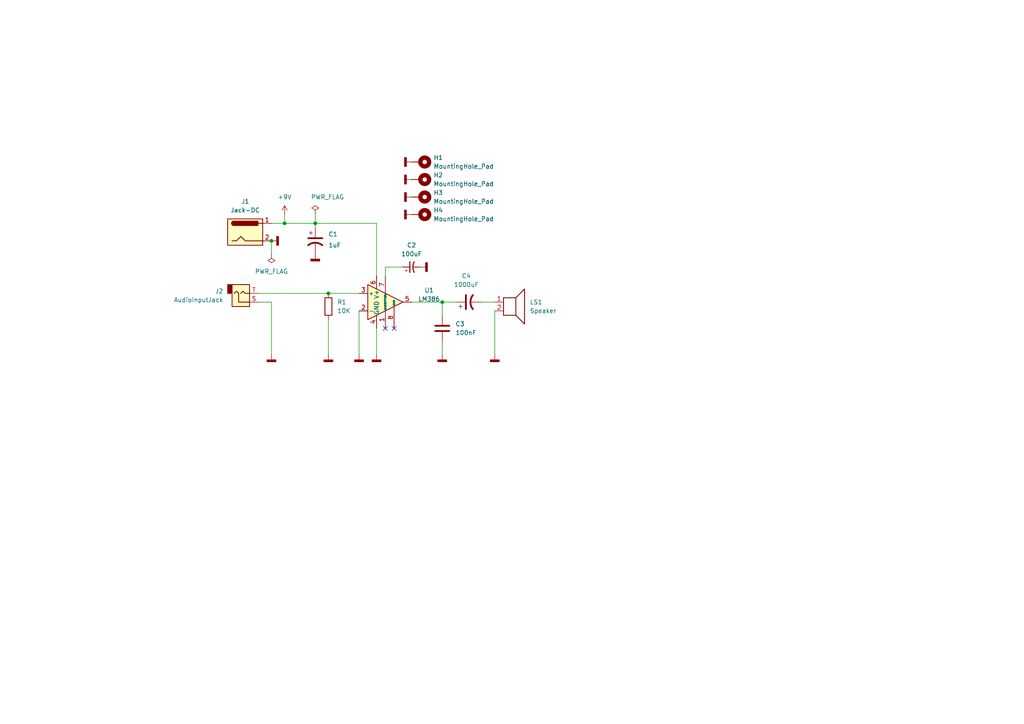
<source format=kicad_sch>
(kicad_sch (version 20211123) (generator eeschema)
  (paper "A4")
  (lib_symbols
    (symbol "Amplifier_Audio:LM386" (pin_names (offset 0.127))
      (property "Reference" "U" (at 1.27 7.62 0))
      (property "Value" "LM386" (at 1.27 5.08 0))
      (symbol "LM386_0_1"
        (polyline (pts (xy 5.08 0) (xy -5.08 5.08) (xy -5.08 -5.08) (xy 5.08 0)) (stroke (width 0.254)) (fill (type background)))
      )
      (symbol "LM386_1_1"
        (pin input line (at 0 -7.62 90) (length 5.08) (name "GAIN") (number "1"))
        (pin input line (at -7.62 -2.54 0) (length 2.54) (name "-") (number "2"))
        (pin input line (at -7.62 2.54 0) (length 2.54) (name "+") (number "3"))
        (pin power_in line (at -2.54 -7.62 90) (length 3.81) (name "GND") (number "4"))
        (pin output line (at 7.62 0 180) (length 2.54) (name "~") (number "5"))
        (pin power_in line (at -2.54 7.62 270) (length 3.81) (name "V+") (number "6"))
        (pin input line (at 0 7.62 270) (length 5.08) (name "BYPASS") (number "7"))
        (pin input line (at 2.54 -7.62 90) (length 6.35) (name "GAIN") (number "8"))
      )
    )
    (symbol "Connector:AudioJack2"
      (property "Reference" "J" (at 0 8.89 0))
      (property "Value" "AudioJack2" (at 0 6.35 0))
      (symbol "AudioJack2_0_1"
        (rectangle (start -3.81 0) (end -2.54 -2.54) (stroke (width 0.254)) (fill (type outline)))
        (rectangle (start -2.54 3.81) (end 2.54 -2.54) (stroke (width 0.254)) (fill (type background)))
        (polyline (pts (xy 0 0) (xy 0.635 -0.635) (xy 1.27 0) (xy 2.54 0)) (stroke (width 0.254)))
        (polyline (pts (xy 2.54 2.54) (xy -0.635 2.54) (xy -0.635 0) (xy -1.27 -0.635) (xy -1.905 0)) (stroke (width 0.254)))
      )
      (symbol "AudioJack2_1_1"
        (pin passive line (at 5.08 2.54 180) (length 2.54) (name "~") (number "S"))
        (pin passive line (at 5.08 0 180) (length 2.54) (name "~") (number "T"))
      )
    )
    (symbol "Connector:Jack-DC" (pin_names (offset 1.016))
      (property "Reference" "J" (at 0 5.334 0))
      (property "Value" "Jack-DC" (at 0 -5.08 0))
      (symbol "Jack-DC_0_1"
        (rectangle (start -5.08 3.81) (end 5.08 -3.81) (stroke (width 0.254)) (fill (type background)))
        (arc (start -3.302 3.175) (mid -3.937 2.54) (end -3.302 1.905) (stroke (width 0.254)))
        (arc (start -3.302 3.175) (mid -3.937 2.54) (end -3.302 1.905) (stroke (width 0.254)) (fill (type outline)))
        (polyline (pts (xy 5.08 2.54) (xy 3.81 2.54)) (stroke (width 0.254)))
        (polyline (pts (xy -3.81 -2.54) (xy -2.54 -2.54) (xy -1.27 -1.27) (xy 0 -2.54) (xy 2.54 -2.54) (xy 5.08 -2.54)) (stroke (width 0.254)))
        (rectangle (start 3.683 3.175) (end -3.302 1.905) (stroke (width 0.254)) (fill (type outline)))
      )
      (symbol "Jack-DC_1_1"
        (pin passive line (at 7.62 2.54 180) (length 2.54) (name "~") (number "1"))
        (pin passive line (at 7.62 -2.54 180) (length 2.54) (name "~") (number "2"))
      )
    )
    (symbol "Device:C" (pin_numbers hide) (pin_names (offset 0.254))
      (property "Reference" "C" (at 0.635 2.54 0))
      (property "Value" "C" (at 0.635 -2.54 0))
      (symbol "C_0_1"
        (polyline (pts (xy -2.032 -0.762) (xy 2.032 -0.762)) (stroke (width 0.508)))
        (polyline (pts (xy -2.032 0.762) (xy 2.032 0.762)) (stroke (width 0.508)))
      )
      (symbol "C_1_1"
        (pin passive line (at 0 3.81 270) (length 2.794) (name "~") (number "1"))
        (pin passive line (at 0 -3.81 90) (length 2.794) (name "~") (number "2"))
      )
    )
    (symbol "Device:C_Polarized_Small_US" (pin_numbers hide) (pin_names (offset 0.254) hide)
      (property "Reference" "C" (at 0.254 1.778 0))
      (property "Value" "C_Polarized_Small_US" (at 0.254 -2.032 0))
      (symbol "C_Polarized_Small_US_0_1"
        (polyline (pts (xy -1.524 0.508) (xy 1.524 0.508)) (stroke (width 0.3048)))
        (polyline (pts (xy -1.27 1.524) (xy -0.762 1.524)))
        (polyline (pts (xy -1.016 1.27) (xy -1.016 1.778)))
        (arc (start 1.524 -0.762) (mid 0 -0.3734) (end -1.524 -0.762) (stroke (width 0.3048)))
      )
      (symbol "C_Polarized_Small_US_1_1"
        (pin passive line (at 0 2.54 270) (length 2.032) (name "~") (number "1"))
        (pin passive line (at 0 -2.54 90) (length 2.032) (name "~") (number "2"))
      )
    )
    (symbol "Device:C_Polarized_US" (pin_numbers hide) (pin_names (offset 0.254) hide)
      (property "Reference" "C" (at 0.635 2.54 0))
      (property "Value" "C_Polarized_US" (at 0.635 -2.54 0))
      (symbol "C_Polarized_US_0_1"
        (polyline (pts (xy -2.032 0.762) (xy 2.032 0.762)) (stroke (width 0.508)))
        (polyline (pts (xy -1.778 2.286) (xy -0.762 2.286)))
        (polyline (pts (xy -1.27 1.778) (xy -1.27 2.794)))
        (arc (start 2.032 -1.27) (mid 0 -0.5572) (end -2.032 -1.27) (stroke (width 0.508)))
      )
      (symbol "C_Polarized_US_1_1"
        (pin passive line (at 0 3.81 270) (length 2.794) (name "~") (number "1"))
        (pin passive line (at 0 -3.81 90) (length 3.302) (name "~") (number "2"))
      )
    )
    (symbol "Device:R" (pin_numbers hide) (pin_names (offset 0))
      (property "Reference" "R" (at 2.032 0 90))
      (property "Value" "R" (at 0 0 90))
      (symbol "R_0_1"
        (rectangle (start -1.016 -2.54) (end 1.016 2.54) (stroke (width 0.254)))
      )
      (symbol "R_1_1"
        (pin passive line (at 0 3.81 270) (length 1.27) (name "~") (number "1"))
        (pin passive line (at 0 -3.81 90) (length 1.27) (name "~") (number "2"))
      )
    )
    (symbol "Device:Speaker" (pin_names (offset 0) hide)
      (property "Reference" "LS" (at 1.27 5.715 0))
      (property "Value" "Speaker" (at 1.27 3.81 0))
      (symbol "Speaker_0_0"
        (rectangle (start -2.54 1.27) (end 1.016 -3.81) (stroke (width 0.254)))
        (polyline (pts (xy 1.016 1.27) (xy 3.556 3.81) (xy 3.556 -6.35) (xy 1.016 -3.81)) (stroke (width 0.254)))
      )
      (symbol "Speaker_1_1"
        (pin input line (at -5.08 0 0) (length 2.54) (name "1") (number "1"))
        (pin input line (at -5.08 -2.54 0) (length 2.54) (name "2") (number "2"))
      )
    )
    (symbol "Mechanical:MountingHole_Pad" (pin_numbers hide) (pin_names (offset 1.016) hide)
      (property "Reference" "H" (at 0 6.35 0))
      (property "Value" "MountingHole_Pad" (at 0 4.445 0))
      (symbol "MountingHole_Pad_0_1"
        (circle (center 0 1.27) (radius 1.27) (stroke (width 1.27)))
      )
      (symbol "MountingHole_Pad_1_1"
        (pin input line (at 0 -2.54 90) (length 2.54) (name "1") (number "1"))
      )
    )
    (symbol "power:+9V" (power) (pin_numbers hide) (pin_names (offset 0) hide)
      (property "Value" "+9V" (at 0 3.556 0))
      (symbol "+9V_0_1"
        (polyline (pts (xy -0.762 1.27) (xy 0 2.54)))
        (polyline (pts (xy 0 0) (xy 0 2.54)))
        (polyline (pts (xy 0 2.54) (xy 0.762 1.27)))
      )
      (symbol "+9V_1_1"
        (pin power_in line (at 0 0 90) (length 0) hide (name "+9V") (number "1"))
      )
    )
    (symbol "power:GNDD" (power) (pin_numbers hide) (pin_names (offset 0) hide)
      (property "Value" "GNDD" (at 0 -3.175 0))
      (symbol "GNDD_0_1"
        (rectangle (start -1.27 -1.524) (end 1.27 -2.032) (stroke (width 0.254)) (fill (type outline)))
        (polyline (pts (xy 0 0) (xy 0 -1.524)))
      )
      (symbol "GNDD_1_1"
        (pin power_in line (at 0 0 270) (length 0) hide (name "GNDD") (number "1"))
      )
    )
    (symbol "power:PWR_FLAG" (power) (pin_numbers hide) (pin_names (offset 0) hide)
      (property "Value" "PWR_FLAG" (at 0 3.81 0))
      (symbol "PWR_FLAG_0_0"
        (pin power_out line (at 0 0 90) (length 0) (name "pwr") (number "1"))
      )
      (symbol "PWR_FLAG_0_1"
        (polyline (pts (xy 0 0) (xy 0 1.27) (xy -1.016 1.905) (xy 0 2.54) (xy 1.016 1.905) (xy 0 1.27)))
      )
    )
  )
  (junction (at 78.74 69.85))
  (junction (at 91.44 64.77))
  (junction (at 95.25 85.09))
  (junction (at 82.55 64.77))
  (junction (at 128.27 87.63))
  (no_connect (at 114.3 95.25))
  (no_connect (at 111.76 95.25))
  (wire (pts (xy 143.51 90.17) (xy 143.51 102.87)))
  (wire (pts (xy 139.7 87.63) (xy 143.51 87.63)))
  (wire (pts (xy 119.38 87.63) (xy 128.27 87.63)))
  (wire (pts (xy 104.14 102.87) (xy 104.14 90.17)))
  (wire (pts (xy 82.55 64.77) (xy 91.44 64.77)))
  (wire (pts (xy 91.44 66.04) (xy 91.44 64.77)))
  (wire (pts (xy 74.93 85.09) (xy 95.25 85.09)))
  (wire (pts (xy 128.27 99.06) (xy 128.27 102.87)))
  (wire (pts (xy 128.27 91.44) (xy 128.27 87.63)))
  (wire (pts (xy 95.25 85.09) (xy 104.14 85.09)))
  (wire (pts (xy 111.76 77.47) (xy 116.84 77.47)))
  (wire (pts (xy 128.27 87.63) (xy 132.08 87.63)))
  (wire (pts (xy 82.55 62.23) (xy 82.55 64.77)))
  (wire (pts (xy 111.76 80.01) (xy 111.76 77.47)))
  (wire (pts (xy 109.22 102.87) (xy 109.22 95.25)))
  (wire (pts (xy 78.74 87.63) (xy 78.74 102.87)))
  (wire (pts (xy 78.74 64.77) (xy 82.55 64.77)))
  (wire (pts (xy 91.44 62.23) (xy 91.44 64.77)))
  (wire (pts (xy 109.22 64.77) (xy 109.22 80.01)))
  (wire (pts (xy 91.44 64.77) (xy 109.22 64.77)))
  (wire (pts (xy 95.25 102.87) (xy 95.25 92.71)))
  (wire (pts (xy 78.74 73.66) (xy 78.74 69.85)))
  (wire (pts (xy 74.93 87.63) (xy 78.74 87.63)))
  (symbol (lib_id "Mechanical:MountingHole_Pad") (at 121.92 46.99 270) (unit 1)
    (property "Reference" "H1" (at 125.73 45.7199 90) (effects (justify left)))
    (property "Value" "MountingHole_Pad" (at 125.73 48.2599 90) (effects (justify left)))
    (property "Footprint" "MountingHole:MountingHole_3.2mm_M3_Pad" (effects hide))
  )
  (symbol (lib_id "power:GNDD") (at 91.44 73.66 0) (unit 1)
    (property "Reference" "#PWR0105" (effects hide))
    (property "Value" "GNDD" (effects hide))
  )
  (symbol (lib_id "power:GNDD") (at 78.74 102.87 0) (unit 1)
    (property "Reference" "#PWR0101" (effects hide))
    (property "Value" "GNDD" (effects hide))
  )
  (symbol (lib_id "Device:C_Polarized_US") (at 135.89 87.63 90) (unit 1)
    (property "Reference" "C4" (at 135.255 80.01 90))
    (property "Value" "1000uF" (at 135.255 82.55 90))
    (property "Footprint" "Capacitor_THT:CP_Radial_D10.0mm_P7.50mm" (effects hide))
  )
  (symbol (lib_id "Device:C_Polarized_Small_US") (at 119.38 77.47 90) (unit 1)
    (property "Reference" "C2" (at 119.38 71.12 90))
    (property "Value" "100uF" (at 119.38 73.66 90))
    (property "Footprint" "Capacitor_THT:CP_Radial_D5.0mm_P2.50mm" (effects hide))
  )
  (symbol (lib_id "Device:Speaker") (at 148.59 87.63 0) (unit 1)
    (property "Reference" "LS1" (at 153.67 87.6299 0) (effects (justify left)))
    (property "Value" "Speaker" (at 153.67 90.1699 0) (effects (justify left)))
    (property "Footprint" "Connector_PinHeader_2.54mm:PinHeader_1x02_P2.54mm_Vertical" (effects hide))
  )
  (symbol (lib_id "power:GNDD") (at 119.38 52.07 270) (unit 1)
    (property "Reference" "#PWR03" (effects hide))
    (property "Value" "GNDD" (effects hide))
  )
  (symbol (lib_id "power:GNDD") (at 119.38 46.99 270) (unit 1)
    (property "Reference" "#PWR01" (effects hide))
    (property "Value" "GNDD" (effects hide))
  )
  (symbol (lib_id "power:GNDD") (at 128.27 102.87 0) (unit 1)
    (property "Reference" "#PWR0106" (effects hide))
    (property "Value" "GNDD" (effects hide))
  )
  (symbol (lib_id "power:PWR_FLAG") (at 78.74 73.66 180) (unit 1)
    (property "Reference" "#FLG0101" (effects hide))
    (property "Value" "PWR_FLAG" (at 78.74 78.74 0))
  )
  (symbol (lib_id "Mechanical:MountingHole_Pad") (at 121.92 57.15 270) (unit 1)
    (property "Reference" "H3" (at 125.73 55.8799 90) (effects (justify left)))
    (property "Value" "MountingHole_Pad" (at 125.73 58.4199 90) (effects (justify left)))
    (property "Footprint" "MountingHole:MountingHole_3.2mm_M3_Pad" (effects hide))
  )
  (symbol (lib_id "power:GNDD") (at 143.51 102.87 0) (unit 1)
    (property "Reference" "#PWR0109" (effects hide))
    (property "Value" "GNDD" (effects hide))
  )
  (symbol (lib_id "power:PWR_FLAG") (at 91.44 62.23 0) (unit 1)
    (property "Reference" "#FLG0102" (effects hide))
    (property "Value" "PWR_FLAG" (at 90.17 57.15 0) (effects (justify left)))
  )
  (symbol (lib_id "Device:C") (at 128.27 95.25 0) (unit 1)
    (property "Reference" "C3" (at 132.08 93.9799 0) (effects (justify left)))
    (property "Value" "100nF" (at 132.08 96.5199 0) (effects (justify left)))
    (property "Footprint" "Capacitor_THT:C_Disc_D3.0mm_W1.6mm_P2.50mm" (effects hide))
  )
  (symbol (lib_id "Connector:Jack-DC") (at 71.12 67.31 0) (unit 1)
    (property "Reference" "J1" (at 71.12 58.42 0))
    (property "Value" "Jack-DC" (at 71.12 60.96 0))
    (property "Footprint" "Connector_PinHeader_2.54mm:PinHeader_1x02_P2.54mm_Vertical" (effects hide))
  )
  (symbol (lib_id "Connector:AudioJack2") (at 69.85 85.09 0) (mirror x) (unit 1)
    (property "Reference" "J2" (at 64.77 84.4549 0) (effects (justify right)))
    (property "Value" "AudioInputJack" (at 64.77 86.9949 0) (effects (justify right)))
    (property "Footprint" "jme-footprints:AudioJack_Mono_PinHeader_1x02_P2.54mm_Vertical" (effects hide))
  )
  (symbol (lib_id "power:GNDD") (at 78.74 69.85 90) (unit 1)
    (property "Reference" "#PWR0104" (effects hide))
    (property "Value" "GNDD" (effects hide))
  )
  (symbol (lib_id "Device:R") (at 95.25 88.9 0) (unit 1)
    (property "Reference" "R1" (at 97.79 87.6299 0) (effects (justify left)))
    (property "Value" "10K" (at 97.79 90.1699 0) (effects (justify left)))
    (property "Footprint" "Resistor_THT:R_Axial_DIN0309_L9.0mm_D3.2mm_P12.70mm_Horizontal" (effects hide))
  )
  (symbol (lib_id "power:GNDD") (at 119.38 62.23 270) (unit 1)
    (property "Reference" "#PWR05" (effects hide))
    (property "Value" "GNDD" (effects hide))
  )
  (symbol (lib_id "Mechanical:MountingHole_Pad") (at 121.92 62.23 270) (unit 1)
    (property "Reference" "H4" (at 125.73 60.9599 90) (effects (justify left)))
    (property "Value" "MountingHole_Pad" (at 125.73 63.4999 90) (effects (justify left)))
    (property "Footprint" "MountingHole:MountingHole_3.2mm_M3_Pad" (effects hide))
  )
  (symbol (lib_id "power:+9V") (at 82.55 62.23 0) (unit 1)
    (property "Reference" "#PWR02" (effects hide))
    (property "Value" "+9V" (at 82.55 57.15 0))
  )
  (symbol (lib_id "Amplifier_Audio:LM386") (at 111.76 87.63 0) (unit 1)
    (property "Reference" "U1" (at 124.46 84.201 0))
    (property "Value" "LM386" (at 124.46 86.741 0))
    (property "Footprint" "LM386:DIP08" (effects hide))
    (property "Datasheet" "http://www.ti.com/lit/ds/symlink/lm386.pdf" (effects hide))
  )
  (symbol (lib_id "power:GNDD") (at 121.92 77.47 90) (unit 1)
    (property "Reference" "#PWR0108" (effects hide))
    (property "Value" "GNDD" (effects hide))
  )
  (symbol (lib_id "power:GNDD") (at 119.38 57.15 270) (unit 1)
    (property "Reference" "#PWR04" (effects hide))
    (property "Value" "GNDD" (effects hide))
  )
  (symbol (lib_id "power:GNDD") (at 104.14 102.87 0) (unit 1)
    (property "Reference" "#PWR0103" (effects hide))
    (property "Value" "GNDD" (effects hide))
  )
  (symbol (lib_id "Mechanical:MountingHole_Pad") (at 121.92 52.07 270) (unit 1)
    (property "Reference" "H2" (at 125.73 50.7999 90) (effects (justify left)))
    (property "Value" "MountingHole_Pad" (at 125.73 53.3399 90) (effects (justify left)))
    (property "Footprint" "MountingHole:MountingHole_3.2mm_M3_Pad" (effects hide))
  )
  (symbol (lib_id "power:GNDD") (at 95.25 102.87 0) (unit 1)
    (property "Reference" "#PWR0102" (effects hide))
    (property "Value" "GNDD" (effects hide))
  )
  (symbol (lib_id "Device:C_Polarized_US") (at 91.44 69.85 0) (unit 1)
    (property "Reference" "C1" (at 95.25 67.9449 0) (effects (justify left)))
    (property "Value" "1uF" (at 95.25 71.12 0) (effects (justify left)))
    (property "Footprint" "Capacitor_THT:CP_Radial_D5.0mm_P2.50mm" (effects hide))
  )
  (symbol (lib_id "power:GNDD") (at 109.22 102.87 0) (unit 1)
    (property "Reference" "#PWR0107" (effects hide))
    (property "Value" "GNDD" (effects hide))
  )
)
</source>
